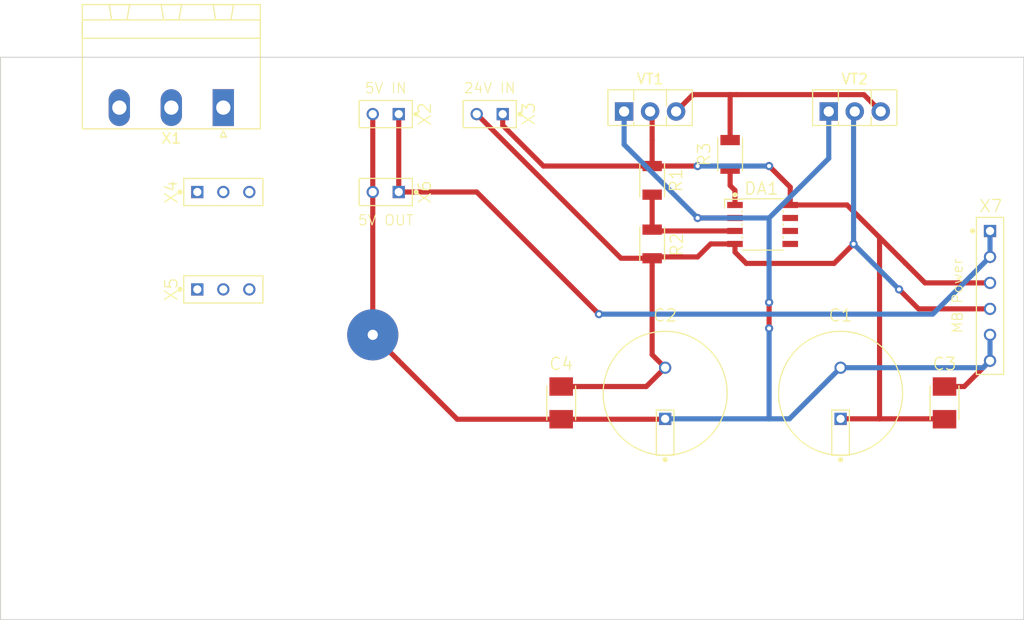
<source format=kicad_pcb>
(kicad_pcb (version 20171130) (host pcbnew 5.0.0+dfsg1-2)

  (general
    (thickness 1.6)
    (drawings 5)
    (tracks 96)
    (zones 0)
    (modules 17)
    (nets 10)
  )

  (page A4)
  (layers
    (0 F.Cu signal)
    (31 B.Cu signal)
    (32 B.Adhes user)
    (33 F.Adhes user)
    (34 B.Paste user)
    (35 F.Paste user)
    (36 B.SilkS user)
    (37 F.SilkS user)
    (38 B.Mask user)
    (39 F.Mask user)
    (40 Dwgs.User user)
    (41 Cmts.User user)
    (42 Eco1.User user)
    (43 Eco2.User user)
    (44 Edge.Cuts user)
    (45 Margin user)
    (46 B.CrtYd user hide)
    (47 F.CrtYd user)
    (48 B.Fab user hide)
    (49 F.Fab user hide)
  )

  (setup
    (last_trace_width 0.5)
    (trace_clearance 0.5)
    (zone_clearance 0.508)
    (zone_45_only no)
    (trace_min 0.2)
    (segment_width 0.2)
    (edge_width 0.1)
    (via_size 0.8)
    (via_drill 0.4)
    (via_min_size 0.4)
    (via_min_drill 0.3)
    (uvia_size 0.3)
    (uvia_drill 0.1)
    (uvias_allowed no)
    (uvia_min_size 0.2)
    (uvia_min_drill 0.1)
    (pcb_text_width 0.3)
    (pcb_text_size 1.5 1.5)
    (mod_edge_width 0.15)
    (mod_text_size 1 1)
    (mod_text_width 0.15)
    (pad_size 1.5 1.5)
    (pad_drill 0.6)
    (pad_to_mask_clearance 0)
    (aux_axis_origin 0 0)
    (visible_elements FFFFFF7F)
    (pcbplotparams
      (layerselection 0x010fc_ffffffff)
      (usegerberextensions false)
      (usegerberattributes false)
      (usegerberadvancedattributes false)
      (creategerberjobfile false)
      (excludeedgelayer true)
      (linewidth 0.100000)
      (plotframeref false)
      (viasonmask false)
      (mode 1)
      (useauxorigin false)
      (hpglpennumber 1)
      (hpglpenspeed 20)
      (hpglpendiameter 15.000000)
      (psnegative false)
      (psa4output false)
      (plotreference true)
      (plotvalue true)
      (plotinvisibletext false)
      (padsonsilk false)
      (subtractmaskfromsilk false)
      (outputformat 1)
      (mirror false)
      (drillshape 1)
      (scaleselection 1)
      (outputdirectory ""))
  )

  (net 0 "")
  (net 1 "Net-(DA1-Pad1)")
  (net 2 GND)
  (net 3 "Net-(DA1-Pad3)")
  (net 4 /-12V)
  (net 5 /+12V)
  (net 6 "Net-(R3-Pad2)")
  (net 7 /+5V)
  (net 8 /+58V)
  (net 9 /-58V)

  (net_class Default "Это класс цепей по умолчанию."
    (clearance 0.5)
    (trace_width 0.5)
    (via_dia 0.8)
    (via_drill 0.4)
    (uvia_dia 0.3)
    (uvia_drill 0.1)
    (add_net /+12V)
    (add_net /+5V)
    (add_net /-12V)
    (add_net GND)
    (add_net "Net-(DA1-Pad1)")
    (add_net "Net-(DA1-Pad3)")
    (add_net "Net-(R3-Pad2)")
  )

  (net_class PWR ""
    (clearance 0.5)
    (trace_width 5)
    (via_dia 3)
    (via_drill 1.5)
    (uvia_dia 0.3)
    (uvia_drill 0.1)
    (add_net /+58V)
    (add_net /-58V)
  )

  (module Connector_Phoenix_MSTB:PhoenixContact_MSTBA_2,5_3-G-5,08_1x03_P5.08mm_Horizontal (layer F.Cu) (tedit 5A00FA1E) (tstamp 5BA35842)
    (at 231.775 34.925 180)
    (descr "Generic Phoenix Contact connector footprint for: MSTBA_2,5/3-G-5,08; number of pins: 03; pin pitch: 5.08mm; Angled || order number: 1757255 12A || order number: 1923872 16A (HC)")
    (tags "phoenix_contact connector MSTBA_01x03_G_5.08mm")
    (path /5BA44CB9)
    (fp_text reference X1 (at 5.08 -3 180) (layer F.SilkS)
      (effects (font (size 1 1) (thickness 0.15)))
    )
    (fp_text value "PA IN" (at 5.08 11 180) (layer F.Fab)
      (effects (font (size 1 1) (thickness 0.15)))
    )
    (fp_text user %R (at 5.08 3 180) (layer F.Fab)
      (effects (font (size 1 1) (thickness 0.15)))
    )
    (fp_line (start 0 -0.5) (end -0.95 -2) (layer F.Fab) (width 0.1))
    (fp_line (start 0.95 -2) (end 0 -0.5) (layer F.Fab) (width 0.1))
    (fp_line (start -0.3 -2.88) (end 0.3 -2.88) (layer F.SilkS) (width 0.12))
    (fp_line (start 0 -2.28) (end -0.3 -2.88) (layer F.SilkS) (width 0.12))
    (fp_line (start 0.3 -2.88) (end 0 -2.28) (layer F.SilkS) (width 0.12))
    (fp_line (start 14.2 -2.5) (end -4.04 -2.5) (layer F.CrtYd) (width 0.05))
    (fp_line (start 14.2 10.5) (end 14.2 -2.5) (layer F.CrtYd) (width 0.05))
    (fp_line (start -4.04 10.5) (end 14.2 10.5) (layer F.CrtYd) (width 0.05))
    (fp_line (start -4.04 -2.5) (end -4.04 10.5) (layer F.CrtYd) (width 0.05))
    (fp_line (start 9.41 8.58) (end 9.16 10.08) (layer F.SilkS) (width 0.12))
    (fp_line (start 10.91 8.58) (end 9.41 8.58) (layer F.SilkS) (width 0.12))
    (fp_line (start 11.16 10.08) (end 10.91 8.58) (layer F.SilkS) (width 0.12))
    (fp_line (start 9.16 10.08) (end 11.16 10.08) (layer F.SilkS) (width 0.12))
    (fp_line (start 4.33 8.58) (end 4.08 10.08) (layer F.SilkS) (width 0.12))
    (fp_line (start 5.83 8.58) (end 4.33 8.58) (layer F.SilkS) (width 0.12))
    (fp_line (start 6.08 10.08) (end 5.83 8.58) (layer F.SilkS) (width 0.12))
    (fp_line (start 4.08 10.08) (end 6.08 10.08) (layer F.SilkS) (width 0.12))
    (fp_line (start -0.75 8.58) (end -1 10.08) (layer F.SilkS) (width 0.12))
    (fp_line (start 0.75 8.58) (end -0.75 8.58) (layer F.SilkS) (width 0.12))
    (fp_line (start 1 10.08) (end 0.75 8.58) (layer F.SilkS) (width 0.12))
    (fp_line (start -1 10.08) (end 1 10.08) (layer F.SilkS) (width 0.12))
    (fp_line (start 13.78 8.58) (end -3.62 8.58) (layer F.SilkS) (width 0.12))
    (fp_line (start 13.78 6.78) (end 13.78 8.58) (layer F.SilkS) (width 0.12))
    (fp_line (start -3.62 6.78) (end 13.78 6.78) (layer F.SilkS) (width 0.12))
    (fp_line (start -3.62 8.58) (end -3.62 6.78) (layer F.SilkS) (width 0.12))
    (fp_line (start 13.7 -2) (end -3.54 -2) (layer F.Fab) (width 0.1))
    (fp_line (start 13.7 10) (end 13.7 -2) (layer F.Fab) (width 0.1))
    (fp_line (start -3.54 10) (end 13.7 10) (layer F.Fab) (width 0.1))
    (fp_line (start -3.54 -2) (end -3.54 10) (layer F.Fab) (width 0.1))
    (fp_line (start 13.78 -2.08) (end -3.62 -2.08) (layer F.SilkS) (width 0.12))
    (fp_line (start 13.78 10.08) (end 13.78 -2.08) (layer F.SilkS) (width 0.12))
    (fp_line (start -3.62 10.08) (end 13.78 10.08) (layer F.SilkS) (width 0.12))
    (fp_line (start -3.62 -2.08) (end -3.62 10.08) (layer F.SilkS) (width 0.12))
    (pad 3 thru_hole oval (at 10.16 0 180) (size 2.08 3.6) (drill 1.4) (layers *.Cu *.Mask)
      (net 9 /-58V))
    (pad 2 thru_hole oval (at 5.08 0 180) (size 2.08 3.6) (drill 1.4) (layers *.Cu *.Mask)
      (net 2 GND))
    (pad 1 thru_hole rect (at 0 0 180) (size 2.08 3.6) (drill 1.4) (layers *.Cu *.Mask)
      (net 8 /+58V))
    (model ${KISYS3DMOD}/Connector_Phoenix_MSTB.3dshapes/PhoenixContact_MSTBA_2,5_3-G-5,08_1x03_P5.08mm_Horizontal.wrl
      (at (xyz 0 0 0))
      (scale (xyz 1 1 1))
      (rotate (xyz 0 0 0))
    )
  )

  (module Package_TO_SOT_THT:TO-126-3_Vertical (layer F.Cu) (tedit 5AC8BA0D) (tstamp 5BA35912)
    (at 270.945 35.305)
    (descr "TO-126-3, Vertical, RM 2.54mm, see https://www.diodes.com/assets/Package-Files/TO126.pdf")
    (tags "TO-126-3 Vertical RM 2.54mm")
    (path /5BA340BC)
    (fp_text reference VT1 (at 2.54 -3.175) (layer F.SilkS)
      (effects (font (size 1 1) (thickness 0.15)))
    )
    (fp_text value BD135 (at 2.54 2.5) (layer F.Fab)
      (effects (font (size 1 1) (thickness 0.15)))
    )
    (fp_text user %R (at 2.54 -3.12) (layer F.Fab)
      (effects (font (size 1 1) (thickness 0.15)))
    )
    (fp_line (start 6.79 -2.25) (end -1.71 -2.25) (layer F.CrtYd) (width 0.05))
    (fp_line (start 6.79 1.5) (end 6.79 -2.25) (layer F.CrtYd) (width 0.05))
    (fp_line (start -1.71 1.5) (end 6.79 1.5) (layer F.CrtYd) (width 0.05))
    (fp_line (start -1.71 -2.25) (end -1.71 1.5) (layer F.CrtYd) (width 0.05))
    (fp_line (start 4.141 0.54) (end 4.141 1.37) (layer F.SilkS) (width 0.12))
    (fp_line (start 4.141 -2.12) (end 4.141 -0.54) (layer F.SilkS) (width 0.12))
    (fp_line (start 0.94 1.05) (end 0.94 1.37) (layer F.SilkS) (width 0.12))
    (fp_line (start 0.94 -2.12) (end 0.94 -1.05) (layer F.SilkS) (width 0.12))
    (fp_line (start 6.66 -2.12) (end 6.66 1.37) (layer F.SilkS) (width 0.12))
    (fp_line (start -1.58 -2.12) (end -1.58 1.37) (layer F.SilkS) (width 0.12))
    (fp_line (start -1.58 1.37) (end 6.66 1.37) (layer F.SilkS) (width 0.12))
    (fp_line (start -1.58 -2.12) (end 6.66 -2.12) (layer F.SilkS) (width 0.12))
    (fp_line (start 4.14 -2) (end 4.14 1.25) (layer F.Fab) (width 0.1))
    (fp_line (start 0.94 -2) (end 0.94 1.25) (layer F.Fab) (width 0.1))
    (fp_line (start 6.54 -2) (end -1.46 -2) (layer F.Fab) (width 0.1))
    (fp_line (start 6.54 1.25) (end 6.54 -2) (layer F.Fab) (width 0.1))
    (fp_line (start -1.46 1.25) (end 6.54 1.25) (layer F.Fab) (width 0.1))
    (fp_line (start -1.46 -2) (end -1.46 1.25) (layer F.Fab) (width 0.1))
    (pad 3 thru_hole oval (at 5.08 0) (size 1.8 1.8) (drill 1) (layers *.Cu *.Mask)
      (net 6 "Net-(R3-Pad2)"))
    (pad 2 thru_hole oval (at 2.54 0) (size 1.8 1.8) (drill 1) (layers *.Cu *.Mask)
      (net 5 /+12V))
    (pad 1 thru_hole rect (at 0 0) (size 1.8 1.8) (drill 1) (layers *.Cu *.Mask)
      (net 2 GND))
    (model ${KISYS3DMOD}/Package_TO_SOT_THT.3dshapes/TO-126-3_Vertical.wrl
      (at (xyz 0 0 0))
      (scale (xyz 1 1 1))
      (rotate (xyz 0 0 0))
    )
  )

  (module Package_TO_SOT_THT:TO-126-3_Vertical (layer F.Cu) (tedit 5AC8BA0D) (tstamp 5BA358F8)
    (at 290.945 35.305)
    (descr "TO-126-3, Vertical, RM 2.54mm, see https://www.diodes.com/assets/Package-Files/TO126.pdf")
    (tags "TO-126-3 Vertical RM 2.54mm")
    (path /5BA3417F)
    (fp_text reference VT2 (at 2.54 -3.175) (layer F.SilkS)
      (effects (font (size 1 1) (thickness 0.15)))
    )
    (fp_text value BD136 (at 2.54 2.5) (layer F.Fab)
      (effects (font (size 1 1) (thickness 0.15)))
    )
    (fp_line (start -1.46 -2) (end -1.46 1.25) (layer F.Fab) (width 0.1))
    (fp_line (start -1.46 1.25) (end 6.54 1.25) (layer F.Fab) (width 0.1))
    (fp_line (start 6.54 1.25) (end 6.54 -2) (layer F.Fab) (width 0.1))
    (fp_line (start 6.54 -2) (end -1.46 -2) (layer F.Fab) (width 0.1))
    (fp_line (start 0.94 -2) (end 0.94 1.25) (layer F.Fab) (width 0.1))
    (fp_line (start 4.14 -2) (end 4.14 1.25) (layer F.Fab) (width 0.1))
    (fp_line (start -1.58 -2.12) (end 6.66 -2.12) (layer F.SilkS) (width 0.12))
    (fp_line (start -1.58 1.37) (end 6.66 1.37) (layer F.SilkS) (width 0.12))
    (fp_line (start -1.58 -2.12) (end -1.58 1.37) (layer F.SilkS) (width 0.12))
    (fp_line (start 6.66 -2.12) (end 6.66 1.37) (layer F.SilkS) (width 0.12))
    (fp_line (start 0.94 -2.12) (end 0.94 -1.05) (layer F.SilkS) (width 0.12))
    (fp_line (start 0.94 1.05) (end 0.94 1.37) (layer F.SilkS) (width 0.12))
    (fp_line (start 4.141 -2.12) (end 4.141 -0.54) (layer F.SilkS) (width 0.12))
    (fp_line (start 4.141 0.54) (end 4.141 1.37) (layer F.SilkS) (width 0.12))
    (fp_line (start -1.71 -2.25) (end -1.71 1.5) (layer F.CrtYd) (width 0.05))
    (fp_line (start -1.71 1.5) (end 6.79 1.5) (layer F.CrtYd) (width 0.05))
    (fp_line (start 6.79 1.5) (end 6.79 -2.25) (layer F.CrtYd) (width 0.05))
    (fp_line (start 6.79 -2.25) (end -1.71 -2.25) (layer F.CrtYd) (width 0.05))
    (fp_text user %R (at 2.54 -3.12) (layer F.Fab)
      (effects (font (size 1 1) (thickness 0.15)))
    )
    (pad 1 thru_hole rect (at 0 0) (size 1.8 1.8) (drill 1) (layers *.Cu *.Mask)
      (net 2 GND))
    (pad 2 thru_hole oval (at 2.54 0) (size 1.8 1.8) (drill 1) (layers *.Cu *.Mask)
      (net 4 /-12V))
    (pad 3 thru_hole oval (at 5.08 0) (size 1.8 1.8) (drill 1) (layers *.Cu *.Mask)
      (net 6 "Net-(R3-Pad2)"))
    (model ${KISYS3DMOD}/Package_TO_SOT_THT.3dshapes/TO-126-3_Vertical.wrl
      (at (xyz 0 0 0))
      (scale (xyz 1 1 1))
      (rotate (xyz 0 0 0))
    )
  )

  (module WAMP:CAPC3216X180N (layer F.Cu) (tedit 0) (tstamp 5BA358DE)
    (at 302.26 63.805 180)
    (path /5BA42A0E)
    (attr smd)
    (fp_text reference C3 (at 0 3.81) (layer F.SilkS)
      (effects (font (size 1.2 1.2) (thickness 0.12)))
    )
    (fp_text value 220n (at 0 0 270) (layer F.Fab)
      (effects (font (size 1 1) (thickness 0.1)))
    )
    (fp_line (start 1.4 -2.75) (end -1.4 -2.75) (layer F.CrtYd) (width 0.05))
    (fp_line (start 1.4 -1.85) (end 1.4 -2.75) (layer F.CrtYd) (width 0.05))
    (fp_line (start 1.4 1.85) (end 1.4 -1.85) (layer F.CrtYd) (width 0.05))
    (fp_line (start 1.4 2.75) (end 1.4 1.85) (layer F.CrtYd) (width 0.05))
    (fp_line (start -1.4 2.75) (end 1.4 2.75) (layer F.CrtYd) (width 0.05))
    (fp_line (start -1.4 1.85) (end -1.4 2.75) (layer F.CrtYd) (width 0.05))
    (fp_line (start -1.4 -1.85) (end -1.4 1.85) (layer F.CrtYd) (width 0.05))
    (fp_line (start -1.4 -2.75) (end -1.4 -1.85) (layer F.CrtYd) (width 0.05))
    (fp_line (start 0 -0.7) (end 0 0.7) (layer F.CrtYd) (width 0.05))
    (fp_line (start -0.7 0) (end 0.7 0) (layer F.CrtYd) (width 0.05))
    (fp_circle (center 0 0) (end 0 0.5) (layer F.CrtYd) (width 0.05))
    (fp_line (start -0.8 1.6) (end -0.8 -1.6) (layer F.Fab) (width 0.1))
    (fp_line (start 0.8 1.6) (end -0.8 1.6) (layer F.Fab) (width 0.1))
    (fp_line (start 0.8 -1.6) (end 0.8 1.6) (layer F.Fab) (width 0.1))
    (fp_line (start -0.8 -1.6) (end 0.8 -1.6) (layer F.Fab) (width 0.1))
    (fp_text user REF** (at 0 0 270) (layer F.Fab) hide
      (effects (font (size 1 1) (thickness 0.1)))
    )
    (fp_line (start 1.41 -1.66) (end 1.41 1.66) (layer F.SilkS) (width 0.12))
    (fp_line (start -1.41 -1.66) (end -1.41 1.66) (layer F.SilkS) (width 0.12))
    (pad 2 smd rect (at 0 1.6 180) (size 2.3 1.8) (layers F.Cu F.Paste F.Mask)
      (net 2 GND) (solder_mask_margin 0.2))
    (pad 1 smd rect (at 0 -1.6 180) (size 2.3 1.8) (layers F.Cu F.Paste F.Mask)
      (net 5 /+12V) (solder_mask_margin 0.2))
    (model CAPC3216X180N.wrl
      (at (xyz 0 0 0))
      (scale (xyz 0.3937 0.3937 0.3937))
      (rotate (xyz 0 0 0))
    )
  )

  (module WAMP:CAPC3216X180N (layer F.Cu) (tedit 0) (tstamp 5BA358C6)
    (at 264.795 63.805 180)
    (path /5BA42CD7)
    (attr smd)
    (fp_text reference C4 (at 0 3.81) (layer F.SilkS)
      (effects (font (size 1.2 1.2) (thickness 0.12)))
    )
    (fp_text value 220n (at 0 0 270) (layer F.Fab)
      (effects (font (size 1 1) (thickness 0.1)))
    )
    (fp_line (start -1.41 -1.66) (end -1.41 1.66) (layer F.SilkS) (width 0.12))
    (fp_line (start 1.41 -1.66) (end 1.41 1.66) (layer F.SilkS) (width 0.12))
    (fp_text user REF** (at 0 0 270) (layer F.Fab) hide
      (effects (font (size 1 1) (thickness 0.1)))
    )
    (fp_line (start -0.8 -1.6) (end 0.8 -1.6) (layer F.Fab) (width 0.1))
    (fp_line (start 0.8 -1.6) (end 0.8 1.6) (layer F.Fab) (width 0.1))
    (fp_line (start 0.8 1.6) (end -0.8 1.6) (layer F.Fab) (width 0.1))
    (fp_line (start -0.8 1.6) (end -0.8 -1.6) (layer F.Fab) (width 0.1))
    (fp_circle (center 0 0) (end 0 0.5) (layer F.CrtYd) (width 0.05))
    (fp_line (start -0.7 0) (end 0.7 0) (layer F.CrtYd) (width 0.05))
    (fp_line (start 0 -0.7) (end 0 0.7) (layer F.CrtYd) (width 0.05))
    (fp_line (start -1.4 -2.75) (end -1.4 -1.85) (layer F.CrtYd) (width 0.05))
    (fp_line (start -1.4 -1.85) (end -1.4 1.85) (layer F.CrtYd) (width 0.05))
    (fp_line (start -1.4 1.85) (end -1.4 2.75) (layer F.CrtYd) (width 0.05))
    (fp_line (start -1.4 2.75) (end 1.4 2.75) (layer F.CrtYd) (width 0.05))
    (fp_line (start 1.4 2.75) (end 1.4 1.85) (layer F.CrtYd) (width 0.05))
    (fp_line (start 1.4 1.85) (end 1.4 -1.85) (layer F.CrtYd) (width 0.05))
    (fp_line (start 1.4 -1.85) (end 1.4 -2.75) (layer F.CrtYd) (width 0.05))
    (fp_line (start 1.4 -2.75) (end -1.4 -2.75) (layer F.CrtYd) (width 0.05))
    (pad 1 smd rect (at 0 -1.6 180) (size 2.3 1.8) (layers F.Cu F.Paste F.Mask)
      (net 2 GND) (solder_mask_margin 0.2))
    (pad 2 smd rect (at 0 1.6 180) (size 2.3 1.8) (layers F.Cu F.Paste F.Mask)
      (net 4 /-12V) (solder_mask_margin 0.2))
    (model CAPC3216X180N.wrl
      (at (xyz 0 0 0))
      (scale (xyz 0.3937 0.3937 0.3937))
      (rotate (xyz 0 0 0))
    )
  )

  (module WAMP:CAPPRD500W60D1200H2700N (layer F.Cu) (tedit 0) (tstamp 5BA358AE)
    (at 292.1 62.865 180)
    (path /5BA2CB1E)
    (fp_text reference C1 (at 0 7.62) (layer F.SilkS)
      (effects (font (size 1.2 1.2) (thickness 0.12)))
    )
    (fp_text value 2200uF (at 0 0 180) (layer F.Fab)
      (effects (font (size 1 1) (thickness 0.1)))
    )
    (fp_circle (center 0 0) (end 0 6.25) (layer F.CrtYd) (width 0.05))
    (fp_line (start 0 -0.7) (end 0 0.7) (layer F.CrtYd) (width 0.05))
    (fp_line (start -0.7 0) (end 0.7 0) (layer F.CrtYd) (width 0.05))
    (fp_circle (center 0 0) (end 0 0.5) (layer F.CrtYd) (width 0.05))
    (fp_circle (center 0 0) (end 0 6) (layer F.Fab) (width 0.1))
    (fp_text user REF** (at 0 0 180) (layer F.Fab) hide
      (effects (font (size 1 1) (thickness 0.1)))
    )
    (fp_circle (center 0 -6.49) (end 0 -6.365) (layer F.SilkS) (width 0.25))
    (fp_line (start -0.86 -1.64) (end -0.86 -6.06) (layer F.SilkS) (width 0.12))
    (fp_line (start 0.86 -1.64) (end -0.86 -1.64) (layer F.SilkS) (width 0.12))
    (fp_line (start 0.86 -6.06) (end 0.86 -1.64) (layer F.SilkS) (width 0.12))
    (fp_line (start -0.86 -6.06) (end 0.86 -6.06) (layer F.SilkS) (width 0.12))
    (fp_circle (center 0 0) (end 0 6.06) (layer F.SilkS) (width 0.12))
    (pad 2 thru_hole circle (at 0 2.5 180) (size 1.2 1.2) (drill 0.8) (layers F&B.Cu *.Paste *.Mask)
      (net 2 GND) (solder_mask_margin 0.2))
    (pad 1 thru_hole rect (at 0 -2.5 180) (size 1.2 1.2) (drill 0.8) (layers F&B.Cu *.Paste *.Mask)
      (net 5 /+12V) (solder_mask_margin 0.2))
    (model CAPPRD500W60D1200H2700N.wrl
      (at (xyz 0 0 0))
      (scale (xyz 0.3937 0.3937 0.3937))
      (rotate (xyz 0 0 0))
    )
  )

  (module WAMP:CAPPRD500W60D1200H2700N (layer F.Cu) (tedit 0) (tstamp 5BA3589C)
    (at 274.955 62.865 180)
    (path /5BA2E1FB)
    (fp_text reference C2 (at 0 7.62) (layer F.SilkS)
      (effects (font (size 1.2 1.2) (thickness 0.12)))
    )
    (fp_text value 2200uF (at 0 0 180) (layer F.Fab)
      (effects (font (size 1 1) (thickness 0.1)))
    )
    (fp_circle (center 0 0) (end 0 6.06) (layer F.SilkS) (width 0.12))
    (fp_line (start -0.86 -6.06) (end 0.86 -6.06) (layer F.SilkS) (width 0.12))
    (fp_line (start 0.86 -6.06) (end 0.86 -1.64) (layer F.SilkS) (width 0.12))
    (fp_line (start 0.86 -1.64) (end -0.86 -1.64) (layer F.SilkS) (width 0.12))
    (fp_line (start -0.86 -1.64) (end -0.86 -6.06) (layer F.SilkS) (width 0.12))
    (fp_circle (center 0 -6.49) (end 0 -6.365) (layer F.SilkS) (width 0.25))
    (fp_text user REF** (at 0 0 180) (layer F.Fab) hide
      (effects (font (size 1 1) (thickness 0.1)))
    )
    (fp_circle (center 0 0) (end 0 6) (layer F.Fab) (width 0.1))
    (fp_circle (center 0 0) (end 0 0.5) (layer F.CrtYd) (width 0.05))
    (fp_line (start -0.7 0) (end 0.7 0) (layer F.CrtYd) (width 0.05))
    (fp_line (start 0 -0.7) (end 0 0.7) (layer F.CrtYd) (width 0.05))
    (fp_circle (center 0 0) (end 0 6.25) (layer F.CrtYd) (width 0.05))
    (pad 1 thru_hole rect (at 0 -2.5 180) (size 1.2 1.2) (drill 0.8) (layers F&B.Cu *.Paste *.Mask)
      (net 2 GND) (solder_mask_margin 0.2))
    (pad 2 thru_hole circle (at 0 2.5 180) (size 1.2 1.2) (drill 0.8) (layers F&B.Cu *.Paste *.Mask)
      (net 4 /-12V) (solder_mask_margin 0.2))
    (model CAPPRD500W60D1200H2700N.wrl
      (at (xyz 0 0 0))
      (scale (xyz 0.3937 0.3937 0.3937))
      (rotate (xyz 0 0 0))
    )
  )

  (module WAMP:CON_CONN_BL_02X01 (layer F.Cu) (tedit 5BA352DD) (tstamp 5BA3588A)
    (at 257.81 35.56 270)
    (path /5BA393A9)
    (fp_text reference X3 (at -0.037001 -3.81 270) (layer F.SilkS)
      (effects (font (size 1.2 1.2) (thickness 0.12)))
    )
    (fp_text value "24V IN" (at -2.54 0) (layer F.SilkS)
      (effects (font (size 1 1) (thickness 0.1)))
    )
    (fp_line (start -1.33 -2.6) (end 1.33 -2.6) (layer F.SilkS) (width 0.12))
    (fp_line (start 1.33 -2.6) (end 1.33 2.6) (layer F.SilkS) (width 0.12))
    (fp_line (start 1.33 2.6) (end -1.33 2.6) (layer F.SilkS) (width 0.12))
    (fp_line (start -1.33 2.6) (end -1.33 -2.6) (layer F.SilkS) (width 0.12))
    (fp_circle (center 0 -2.97) (end 0 -2.845) (layer F.SilkS) (width 0.25))
    (fp_text user REF** (at 0 0) (layer F.Fab) hide
      (effects (font (size 1 1) (thickness 0.1)))
    )
    (fp_line (start -0.27 -2.54) (end 1.27 -2.54) (layer F.Fab) (width 0.1))
    (fp_line (start 1.27 -2.54) (end 1.27 2.54) (layer F.Fab) (width 0.1))
    (fp_line (start 1.27 2.54) (end -1.27 2.54) (layer F.Fab) (width 0.1))
    (fp_line (start -1.27 2.54) (end -1.27 -1.54) (layer F.Fab) (width 0.1))
    (fp_line (start -1.27 -1.54) (end -0.27 -2.54) (layer F.Fab) (width 0.1))
    (fp_circle (center 0 0) (end 0 0.5) (layer F.CrtYd) (width 0.05))
    (fp_line (start -0.7 0) (end 0.7 0) (layer F.CrtYd) (width 0.05))
    (fp_line (start 0 -0.7) (end 0 0.7) (layer F.CrtYd) (width 0.05))
    (fp_line (start -1.52 -2.79) (end 1.52 -2.79) (layer F.CrtYd) (width 0.05))
    (fp_line (start 1.52 -2.79) (end 1.52 2.79) (layer F.CrtYd) (width 0.05))
    (fp_line (start 1.52 2.79) (end -1.52 2.79) (layer F.CrtYd) (width 0.05))
    (fp_line (start -1.52 2.79) (end -1.52 -2.79) (layer F.CrtYd) (width 0.05))
    (pad 1 thru_hole rect (at 0 -1.27 270) (size 1.2 1.2) (drill 0.8) (layers F&B.Cu *.Paste *.Mask)
      (net 5 /+12V) (solder_mask_margin 0.2))
    (pad 2 thru_hole circle (at 0 1.27 270) (size 1.2 1.2) (drill 0.8) (layers F&B.Cu *.Paste *.Mask)
      (net 4 /-12V) (solder_mask_margin 0.2))
    (model CON_CONN_BL_02X01.wrl
      (at (xyz 0 0 0))
      (scale (xyz 0.3937 0.3937 0.3937))
      (rotate (xyz 0 0 0))
    )
  )

  (module WAMP:CON_CONN_BL_02X01 (layer F.Cu) (tedit 5BA352E2) (tstamp 5BA35872)
    (at 247.65 35.56 270)
    (path /5BA48820)
    (fp_text reference X2 (at 0 -3.81 270) (layer F.SilkS)
      (effects (font (size 1.2 1.2) (thickness 0.12)))
    )
    (fp_text value "5V IN" (at -2.54 0) (layer F.SilkS)
      (effects (font (size 1 1) (thickness 0.1)))
    )
    (fp_line (start -1.52 2.79) (end -1.52 -2.79) (layer F.CrtYd) (width 0.05))
    (fp_line (start 1.52 2.79) (end -1.52 2.79) (layer F.CrtYd) (width 0.05))
    (fp_line (start 1.52 -2.79) (end 1.52 2.79) (layer F.CrtYd) (width 0.05))
    (fp_line (start -1.52 -2.79) (end 1.52 -2.79) (layer F.CrtYd) (width 0.05))
    (fp_line (start 0 -0.7) (end 0 0.7) (layer F.CrtYd) (width 0.05))
    (fp_line (start -0.7 0) (end 0.7 0) (layer F.CrtYd) (width 0.05))
    (fp_circle (center 0 0) (end 0 0.5) (layer F.CrtYd) (width 0.05))
    (fp_line (start -1.27 -1.54) (end -0.27 -2.54) (layer F.Fab) (width 0.1))
    (fp_line (start -1.27 2.54) (end -1.27 -1.54) (layer F.Fab) (width 0.1))
    (fp_line (start 1.27 2.54) (end -1.27 2.54) (layer F.Fab) (width 0.1))
    (fp_line (start 1.27 -2.54) (end 1.27 2.54) (layer F.Fab) (width 0.1))
    (fp_line (start -0.27 -2.54) (end 1.27 -2.54) (layer F.Fab) (width 0.1))
    (fp_text user REF** (at 0 0) (layer F.Fab) hide
      (effects (font (size 1 1) (thickness 0.1)))
    )
    (fp_circle (center 0 -2.97) (end 0 -2.845) (layer F.SilkS) (width 0.25))
    (fp_line (start -1.33 2.6) (end -1.33 -2.6) (layer F.SilkS) (width 0.12))
    (fp_line (start 1.33 2.6) (end -1.33 2.6) (layer F.SilkS) (width 0.12))
    (fp_line (start 1.33 -2.6) (end 1.33 2.6) (layer F.SilkS) (width 0.12))
    (fp_line (start -1.33 -2.6) (end 1.33 -2.6) (layer F.SilkS) (width 0.12))
    (pad 2 thru_hole circle (at 0 1.27 270) (size 1.2 1.2) (drill 0.8) (layers F&B.Cu *.Paste *.Mask)
      (net 2 GND) (solder_mask_margin 0.2))
    (pad 1 thru_hole rect (at 0 -1.27 270) (size 1.2 1.2) (drill 0.8) (layers F&B.Cu *.Paste *.Mask)
      (net 7 /+5V) (solder_mask_margin 0.2))
    (model CON_CONN_BL_02X01.wrl
      (at (xyz 0 0 0))
      (scale (xyz 0.3937 0.3937 0.3937))
      (rotate (xyz 0 0 0))
    )
  )

  (module WAMP:CON_CONN_BL_02X01 (layer F.Cu) (tedit 5BA352F0) (tstamp 5BA3585A)
    (at 247.65 43.18 270)
    (path /5BA48E65)
    (fp_text reference X6 (at 0 -3.81 270) (layer F.SilkS)
      (effects (font (size 1.2 1.2) (thickness 0.12)))
    )
    (fp_text value "5V OUT" (at 2.757999 0) (layer F.SilkS)
      (effects (font (size 1 1) (thickness 0.1)))
    )
    (fp_line (start -1.33 -2.6) (end 1.33 -2.6) (layer F.SilkS) (width 0.12))
    (fp_line (start 1.33 -2.6) (end 1.33 2.6) (layer F.SilkS) (width 0.12))
    (fp_line (start 1.33 2.6) (end -1.33 2.6) (layer F.SilkS) (width 0.12))
    (fp_line (start -1.33 2.6) (end -1.33 -2.6) (layer F.SilkS) (width 0.12))
    (fp_circle (center 0 -2.97) (end 0 -2.845) (layer F.SilkS) (width 0.25))
    (fp_text user REF** (at 0 0) (layer F.Fab) hide
      (effects (font (size 1 1) (thickness 0.1)))
    )
    (fp_line (start -0.27 -2.54) (end 1.27 -2.54) (layer F.Fab) (width 0.1))
    (fp_line (start 1.27 -2.54) (end 1.27 2.54) (layer F.Fab) (width 0.1))
    (fp_line (start 1.27 2.54) (end -1.27 2.54) (layer F.Fab) (width 0.1))
    (fp_line (start -1.27 2.54) (end -1.27 -1.54) (layer F.Fab) (width 0.1))
    (fp_line (start -1.27 -1.54) (end -0.27 -2.54) (layer F.Fab) (width 0.1))
    (fp_circle (center 0 0) (end 0 0.5) (layer F.CrtYd) (width 0.05))
    (fp_line (start -0.7 0) (end 0.7 0) (layer F.CrtYd) (width 0.05))
    (fp_line (start 0 -0.7) (end 0 0.7) (layer F.CrtYd) (width 0.05))
    (fp_line (start -1.52 -2.79) (end 1.52 -2.79) (layer F.CrtYd) (width 0.05))
    (fp_line (start 1.52 -2.79) (end 1.52 2.79) (layer F.CrtYd) (width 0.05))
    (fp_line (start 1.52 2.79) (end -1.52 2.79) (layer F.CrtYd) (width 0.05))
    (fp_line (start -1.52 2.79) (end -1.52 -2.79) (layer F.CrtYd) (width 0.05))
    (pad 1 thru_hole rect (at 0 -1.27 270) (size 1.2 1.2) (drill 0.8) (layers F&B.Cu *.Paste *.Mask)
      (net 7 /+5V) (solder_mask_margin 0.2))
    (pad 2 thru_hole circle (at 0 1.27 270) (size 1.2 1.2) (drill 0.8) (layers F&B.Cu *.Paste *.Mask)
      (net 2 GND) (solder_mask_margin 0.2))
    (model CON_CONN_BL_02X01.wrl
      (at (xyz 0 0 0))
      (scale (xyz 0.3937 0.3937 0.3937))
      (rotate (xyz 0 0 0))
    )
  )

  (module WAMP:CON_CONN_BL_03X01 (layer F.Cu) (tedit 0) (tstamp 5BA35829)
    (at 231.775 43.18 90)
    (path /5BA45D5F)
    (fp_text reference X4 (at 0 -5.08 90) (layer F.SilkS)
      (effects (font (size 1.2 1.2) (thickness 0.12)))
    )
    (fp_text value "PA OUT1" (at -2.54 0 180) (layer F.Fab)
      (effects (font (size 1 1) (thickness 0.1)))
    )
    (fp_line (start -1.52 4.06) (end -1.52 -4.06) (layer F.CrtYd) (width 0.05))
    (fp_line (start 1.52 4.06) (end -1.52 4.06) (layer F.CrtYd) (width 0.05))
    (fp_line (start 1.52 -4.06) (end 1.52 4.06) (layer F.CrtYd) (width 0.05))
    (fp_line (start -1.52 -4.06) (end 1.52 -4.06) (layer F.CrtYd) (width 0.05))
    (fp_line (start 0 -0.7) (end 0 0.7) (layer F.CrtYd) (width 0.05))
    (fp_line (start -0.7 0) (end 0.7 0) (layer F.CrtYd) (width 0.05))
    (fp_circle (center 0 0) (end 0 0.5) (layer F.CrtYd) (width 0.05))
    (fp_line (start -1.27 -2.81) (end -0.27 -3.81) (layer F.Fab) (width 0.1))
    (fp_line (start -1.27 3.81) (end -1.27 -2.81) (layer F.Fab) (width 0.1))
    (fp_line (start 1.27 3.81) (end -1.27 3.81) (layer F.Fab) (width 0.1))
    (fp_line (start 1.27 -3.81) (end 1.27 3.81) (layer F.Fab) (width 0.1))
    (fp_line (start -0.27 -3.81) (end 1.27 -3.81) (layer F.Fab) (width 0.1))
    (fp_text user REF** (at 0 0 180) (layer F.Fab) hide
      (effects (font (size 1 1) (thickness 0.1)))
    )
    (fp_circle (center 0 -4.24) (end 0 -4.115) (layer F.SilkS) (width 0.25))
    (fp_line (start -1.33 3.87) (end -1.33 -3.87) (layer F.SilkS) (width 0.12))
    (fp_line (start 1.33 3.87) (end -1.33 3.87) (layer F.SilkS) (width 0.12))
    (fp_line (start 1.33 -3.87) (end 1.33 3.87) (layer F.SilkS) (width 0.12))
    (fp_line (start -1.33 -3.87) (end 1.33 -3.87) (layer F.SilkS) (width 0.12))
    (pad 3 thru_hole circle (at 0 2.54 90) (size 1.2 1.2) (drill 0.8) (layers F&B.Cu *.Paste *.Mask)
      (net 9 /-58V) (solder_mask_margin 0.2))
    (pad 2 thru_hole circle (at 0 0 90) (size 1.2 1.2) (drill 0.8) (layers F&B.Cu *.Paste *.Mask)
      (net 2 GND) (solder_mask_margin 0.2))
    (pad 1 thru_hole rect (at 0 -2.54 90) (size 1.2 1.2) (drill 0.8) (layers F&B.Cu *.Paste *.Mask)
      (net 8 /+58V) (solder_mask_margin 0.2))
    (model CON_CONN_BL_03X01.wrl
      (at (xyz 0 0 0))
      (scale (xyz 0.3937 0.3937 0.3937))
      (rotate (xyz 0 0 0))
    )
  )

  (module WAMP:CON_CONN_BL_03X01 (layer F.Cu) (tedit 0) (tstamp 5BA35810)
    (at 231.775 52.705 90)
    (path /5BA49E9E)
    (fp_text reference X5 (at 0 -5.08 90) (layer F.SilkS)
      (effects (font (size 1.2 1.2) (thickness 0.12)))
    )
    (fp_text value "PA OU2" (at -2.54 0 180) (layer F.Fab)
      (effects (font (size 1 1) (thickness 0.1)))
    )
    (fp_line (start -1.33 -3.87) (end 1.33 -3.87) (layer F.SilkS) (width 0.12))
    (fp_line (start 1.33 -3.87) (end 1.33 3.87) (layer F.SilkS) (width 0.12))
    (fp_line (start 1.33 3.87) (end -1.33 3.87) (layer F.SilkS) (width 0.12))
    (fp_line (start -1.33 3.87) (end -1.33 -3.87) (layer F.SilkS) (width 0.12))
    (fp_circle (center 0 -4.24) (end 0 -4.115) (layer F.SilkS) (width 0.25))
    (fp_text user REF** (at 0 0 180) (layer F.Fab) hide
      (effects (font (size 1 1) (thickness 0.1)))
    )
    (fp_line (start -0.27 -3.81) (end 1.27 -3.81) (layer F.Fab) (width 0.1))
    (fp_line (start 1.27 -3.81) (end 1.27 3.81) (layer F.Fab) (width 0.1))
    (fp_line (start 1.27 3.81) (end -1.27 3.81) (layer F.Fab) (width 0.1))
    (fp_line (start -1.27 3.81) (end -1.27 -2.81) (layer F.Fab) (width 0.1))
    (fp_line (start -1.27 -2.81) (end -0.27 -3.81) (layer F.Fab) (width 0.1))
    (fp_circle (center 0 0) (end 0 0.5) (layer F.CrtYd) (width 0.05))
    (fp_line (start -0.7 0) (end 0.7 0) (layer F.CrtYd) (width 0.05))
    (fp_line (start 0 -0.7) (end 0 0.7) (layer F.CrtYd) (width 0.05))
    (fp_line (start -1.52 -4.06) (end 1.52 -4.06) (layer F.CrtYd) (width 0.05))
    (fp_line (start 1.52 -4.06) (end 1.52 4.06) (layer F.CrtYd) (width 0.05))
    (fp_line (start 1.52 4.06) (end -1.52 4.06) (layer F.CrtYd) (width 0.05))
    (fp_line (start -1.52 4.06) (end -1.52 -4.06) (layer F.CrtYd) (width 0.05))
    (pad 1 thru_hole rect (at 0 -2.54 90) (size 1.2 1.2) (drill 0.8) (layers F&B.Cu *.Paste *.Mask)
      (net 8 /+58V) (solder_mask_margin 0.2))
    (pad 2 thru_hole circle (at 0 0 90) (size 1.2 1.2) (drill 0.8) (layers F&B.Cu *.Paste *.Mask)
      (net 2 GND) (solder_mask_margin 0.2))
    (pad 3 thru_hole circle (at 0 2.54 90) (size 1.2 1.2) (drill 0.8) (layers F&B.Cu *.Paste *.Mask)
      (net 9 /-58V) (solder_mask_margin 0.2))
    (model CON_CONN_BL_03X01.wrl
      (at (xyz 0 0 0))
      (scale (xyz 0.3937 0.3937 0.3937))
      (rotate (xyz 0 0 0))
    )
  )

  (module WAMP:CON_CONN_BL_06X01 (layer F.Cu) (tedit 5BA3527E) (tstamp 5BA357F7)
    (at 306.705 53.34)
    (path /5BA4E76D)
    (fp_text reference X7 (at 0.081999 -8.784001) (layer F.SilkS)
      (effects (font (size 1.2 1.2) (thickness 0.12)))
    )
    (fp_text value "MB Power" (at -3.175 0 90) (layer F.SilkS)
      (effects (font (size 1 1) (thickness 0.1)))
    )
    (fp_line (start -1.33 -7.68) (end 1.33 -7.68) (layer F.SilkS) (width 0.12))
    (fp_line (start 1.33 -7.68) (end 1.33 7.68) (layer F.SilkS) (width 0.12))
    (fp_line (start 1.33 7.68) (end -1.33 7.68) (layer F.SilkS) (width 0.12))
    (fp_line (start -1.33 7.68) (end -1.33 -7.68) (layer F.SilkS) (width 0.12))
    (fp_circle (center -1.7 -6.35) (end -1.7 -6.225) (layer F.SilkS) (width 0.25))
    (fp_text user REF** (at 0 0 90) (layer F.Fab) hide
      (effects (font (size 1 1) (thickness 0.1)))
    )
    (fp_line (start -0.27 -7.62) (end 1.27 -7.62) (layer F.Fab) (width 0.1))
    (fp_line (start 1.27 -7.62) (end 1.27 7.62) (layer F.Fab) (width 0.1))
    (fp_line (start 1.27 7.62) (end -1.27 7.62) (layer F.Fab) (width 0.1))
    (fp_line (start -1.27 7.62) (end -1.27 -6.62) (layer F.Fab) (width 0.1))
    (fp_line (start -1.27 -6.62) (end -0.27 -7.62) (layer F.Fab) (width 0.1))
    (fp_circle (center 0 0) (end 0 0.5) (layer F.CrtYd) (width 0.05))
    (fp_line (start -0.7 0) (end 0.7 0) (layer F.CrtYd) (width 0.05))
    (fp_line (start 0 -0.7) (end 0 0.7) (layer F.CrtYd) (width 0.05))
    (fp_line (start -1.52 -7.87) (end 1.52 -7.87) (layer F.CrtYd) (width 0.05))
    (fp_line (start 1.52 -7.87) (end 1.52 7.87) (layer F.CrtYd) (width 0.05))
    (fp_line (start 1.52 7.87) (end -1.52 7.87) (layer F.CrtYd) (width 0.05))
    (fp_line (start -1.52 7.87) (end -1.52 -7.87) (layer F.CrtYd) (width 0.05))
    (pad 1 thru_hole rect (at 0 -6.35) (size 1.2 1.2) (drill 0.8) (layers F&B.Cu *.Paste *.Mask)
      (net 7 /+5V) (solder_mask_margin 0.2))
    (pad 2 thru_hole circle (at 0 -3.81) (size 1.2 1.2) (drill 0.8) (layers F&B.Cu *.Paste *.Mask)
      (net 7 /+5V) (solder_mask_margin 0.2))
    (pad 3 thru_hole circle (at 0 -1.27) (size 1.2 1.2) (drill 0.8) (layers F&B.Cu *.Paste *.Mask)
      (net 5 /+12V) (solder_mask_margin 0.2))
    (pad 4 thru_hole circle (at 0 1.27) (size 1.2 1.2) (drill 0.8) (layers F&B.Cu *.Paste *.Mask)
      (net 4 /-12V) (solder_mask_margin 0.2))
    (pad 5 thru_hole circle (at 0 3.81) (size 1.2 1.2) (drill 0.8) (layers F&B.Cu *.Paste *.Mask)
      (net 2 GND) (solder_mask_margin 0.2))
    (pad 6 thru_hole circle (at 0 6.35) (size 1.2 1.2) (drill 0.8) (layers F&B.Cu *.Paste *.Mask)
      (net 2 GND) (solder_mask_margin 0.2))
    (model CON_CONN_BL_06X01.wrl
      (at (xyz 0 0 0))
      (scale (xyz 0.3937 0.3937 0.3937))
      (rotate (xyz 0 0 0))
    )
  )

  (module WAMP:RESC3115X65N (layer F.Cu) (tedit 0) (tstamp 5BA357DB)
    (at 281.305 39.5 180)
    (path /5BA2CBA1)
    (attr smd)
    (fp_text reference R3 (at 2.54 0 270) (layer F.SilkS)
      (effects (font (size 1.2 1.2) (thickness 0.12)))
    )
    (fp_text value 1k (at 0 0 270) (layer F.Fab)
      (effects (font (size 0.99 0.99) (thickness 0.1)))
    )
    (fp_line (start -1.21 -1.61) (end -1.21 1.61) (layer F.SilkS) (width 0.12))
    (fp_line (start 1.21 -1.61) (end 1.21 1.61) (layer F.SilkS) (width 0.12))
    (fp_text user REF** (at 0 0 270) (layer F.Fab) hide
      (effects (font (size 0.99 0.99) (thickness 0.1)))
    )
    (fp_line (start -0.75 -1.55) (end 0.75 -1.55) (layer F.Fab) (width 0.1))
    (fp_line (start 0.75 -1.55) (end 0.75 1.55) (layer F.Fab) (width 0.1))
    (fp_line (start 0.75 1.55) (end -0.75 1.55) (layer F.Fab) (width 0.1))
    (fp_line (start -0.75 1.55) (end -0.75 -1.55) (layer F.Fab) (width 0.1))
    (fp_circle (center 0 0) (end 0 0.5) (layer F.CrtYd) (width 0.05))
    (fp_line (start -0.7 0) (end 0.7 0) (layer F.CrtYd) (width 0.05))
    (fp_line (start 0 -0.7) (end 0 0.7) (layer F.CrtYd) (width 0.05))
    (fp_line (start -1.17 -2.12) (end -1.17 -1.77) (layer F.CrtYd) (width 0.05))
    (fp_line (start -1.17 -1.77) (end -1.17 1.77) (layer F.CrtYd) (width 0.05))
    (fp_line (start -1.17 1.77) (end -1.17 2.12) (layer F.CrtYd) (width 0.05))
    (fp_line (start -1.17 2.12) (end 1.17 2.12) (layer F.CrtYd) (width 0.05))
    (fp_line (start 1.17 2.12) (end 1.17 1.77) (layer F.CrtYd) (width 0.05))
    (fp_line (start 1.17 1.77) (end 1.17 -1.77) (layer F.CrtYd) (width 0.05))
    (fp_line (start 1.17 -1.77) (end 1.17 -2.12) (layer F.CrtYd) (width 0.05))
    (fp_line (start 1.17 -2.12) (end -1.17 -2.12) (layer F.CrtYd) (width 0.05))
    (pad 1 smd rect (at 0 -1.4 180) (size 1.9 1) (layers F.Cu F.Paste F.Mask)
      (net 1 "Net-(DA1-Pad1)") (solder_mask_margin 0.2))
    (pad 2 smd rect (at 0 1.4 180) (size 1.9 1) (layers F.Cu F.Paste F.Mask)
      (net 6 "Net-(R3-Pad2)") (solder_mask_margin 0.2))
    (model RESC3115X65N.wrl
      (at (xyz 0 0 0))
      (scale (xyz 0.3937 0.3937 0.3937))
      (rotate (xyz 0 0 0))
    )
  )

  (module WAMP:RESC3115X65N (layer F.Cu) (tedit 0) (tstamp 5BA357C3)
    (at 273.685 48.26)
    (path /5BA2D0DF)
    (attr smd)
    (fp_text reference R2 (at 2.417999 0.063999 90) (layer F.SilkS)
      (effects (font (size 1.2 1.2) (thickness 0.12)))
    )
    (fp_text value 10k (at 0 0 90) (layer F.Fab)
      (effects (font (size 0.99 0.99) (thickness 0.1)))
    )
    (fp_line (start 1.17 -2.12) (end -1.17 -2.12) (layer F.CrtYd) (width 0.05))
    (fp_line (start 1.17 -1.77) (end 1.17 -2.12) (layer F.CrtYd) (width 0.05))
    (fp_line (start 1.17 1.77) (end 1.17 -1.77) (layer F.CrtYd) (width 0.05))
    (fp_line (start 1.17 2.12) (end 1.17 1.77) (layer F.CrtYd) (width 0.05))
    (fp_line (start -1.17 2.12) (end 1.17 2.12) (layer F.CrtYd) (width 0.05))
    (fp_line (start -1.17 1.77) (end -1.17 2.12) (layer F.CrtYd) (width 0.05))
    (fp_line (start -1.17 -1.77) (end -1.17 1.77) (layer F.CrtYd) (width 0.05))
    (fp_line (start -1.17 -2.12) (end -1.17 -1.77) (layer F.CrtYd) (width 0.05))
    (fp_line (start 0 -0.7) (end 0 0.7) (layer F.CrtYd) (width 0.05))
    (fp_line (start -0.7 0) (end 0.7 0) (layer F.CrtYd) (width 0.05))
    (fp_circle (center 0 0) (end 0 0.5) (layer F.CrtYd) (width 0.05))
    (fp_line (start -0.75 1.55) (end -0.75 -1.55) (layer F.Fab) (width 0.1))
    (fp_line (start 0.75 1.55) (end -0.75 1.55) (layer F.Fab) (width 0.1))
    (fp_line (start 0.75 -1.55) (end 0.75 1.55) (layer F.Fab) (width 0.1))
    (fp_line (start -0.75 -1.55) (end 0.75 -1.55) (layer F.Fab) (width 0.1))
    (fp_text user REF** (at 0 0 90) (layer F.Fab) hide
      (effects (font (size 0.99 0.99) (thickness 0.1)))
    )
    (fp_line (start 1.21 -1.61) (end 1.21 1.61) (layer F.SilkS) (width 0.12))
    (fp_line (start -1.21 -1.61) (end -1.21 1.61) (layer F.SilkS) (width 0.12))
    (pad 2 smd rect (at 0 1.4) (size 1.9 1) (layers F.Cu F.Paste F.Mask)
      (net 4 /-12V) (solder_mask_margin 0.2))
    (pad 1 smd rect (at 0 -1.4) (size 1.9 1) (layers F.Cu F.Paste F.Mask)
      (net 3 "Net-(DA1-Pad3)") (solder_mask_margin 0.2))
    (model RESC3115X65N.wrl
      (at (xyz 0 0 0))
      (scale (xyz 0.3937 0.3937 0.3937))
      (rotate (xyz 0 0 0))
    )
  )

  (module WAMP:RESC3115X65N (layer F.Cu) (tedit 0) (tstamp 5BA357AB)
    (at 273.685 42.04)
    (path /5BA2CC2A)
    (attr smd)
    (fp_text reference R1 (at 2.335 0 90) (layer F.SilkS)
      (effects (font (size 1.2 1.2) (thickness 0.12)))
    )
    (fp_text value 10k (at 0 0 90) (layer F.Fab)
      (effects (font (size 0.99 0.99) (thickness 0.1)))
    )
    (fp_line (start -1.21 -1.61) (end -1.21 1.61) (layer F.SilkS) (width 0.12))
    (fp_line (start 1.21 -1.61) (end 1.21 1.61) (layer F.SilkS) (width 0.12))
    (fp_text user REF** (at 0 0 90) (layer F.Fab) hide
      (effects (font (size 0.99 0.99) (thickness 0.1)))
    )
    (fp_line (start -0.75 -1.55) (end 0.75 -1.55) (layer F.Fab) (width 0.1))
    (fp_line (start 0.75 -1.55) (end 0.75 1.55) (layer F.Fab) (width 0.1))
    (fp_line (start 0.75 1.55) (end -0.75 1.55) (layer F.Fab) (width 0.1))
    (fp_line (start -0.75 1.55) (end -0.75 -1.55) (layer F.Fab) (width 0.1))
    (fp_circle (center 0 0) (end 0 0.5) (layer F.CrtYd) (width 0.05))
    (fp_line (start -0.7 0) (end 0.7 0) (layer F.CrtYd) (width 0.05))
    (fp_line (start 0 -0.7) (end 0 0.7) (layer F.CrtYd) (width 0.05))
    (fp_line (start -1.17 -2.12) (end -1.17 -1.77) (layer F.CrtYd) (width 0.05))
    (fp_line (start -1.17 -1.77) (end -1.17 1.77) (layer F.CrtYd) (width 0.05))
    (fp_line (start -1.17 1.77) (end -1.17 2.12) (layer F.CrtYd) (width 0.05))
    (fp_line (start -1.17 2.12) (end 1.17 2.12) (layer F.CrtYd) (width 0.05))
    (fp_line (start 1.17 2.12) (end 1.17 1.77) (layer F.CrtYd) (width 0.05))
    (fp_line (start 1.17 1.77) (end 1.17 -1.77) (layer F.CrtYd) (width 0.05))
    (fp_line (start 1.17 -1.77) (end 1.17 -2.12) (layer F.CrtYd) (width 0.05))
    (fp_line (start 1.17 -2.12) (end -1.17 -2.12) (layer F.CrtYd) (width 0.05))
    (pad 1 smd rect (at 0 -1.4) (size 1.9 1) (layers F.Cu F.Paste F.Mask)
      (net 5 /+12V) (solder_mask_margin 0.2))
    (pad 2 smd rect (at 0 1.4) (size 1.9 1) (layers F.Cu F.Paste F.Mask)
      (net 3 "Net-(DA1-Pad3)") (solder_mask_margin 0.2))
    (model RESC3115X65N.wrl
      (at (xyz 0 0 0))
      (scale (xyz 0.3937 0.3937 0.3937))
      (rotate (xyz 0 0 0))
    )
  )

  (module WAMP:SOIC127P600X175-8N (layer F.Cu) (tedit 0) (tstamp 5BA35793)
    (at 284.48 46.355)
    (path /5BA3C7A2)
    (attr smd)
    (fp_text reference DA1 (at -0.115001 -3.516001) (layer F.SilkS)
      (effects (font (size 1.2 1.2) (thickness 0.12)))
    )
    (fp_text value LM393M (at 0.519999 5.373999 90) (layer F.Fab)
      (effects (font (size 1 1) (thickness 0.1)))
    )
    (fp_line (start -2.01 -2.51) (end 2.01 -2.51) (layer F.SilkS) (width 0.12))
    (fp_line (start 2.01 -1.345) (end 2.01 -1.195) (layer F.SilkS) (width 0.12))
    (fp_line (start 2.01 -0.075) (end 2.01 0.075) (layer F.SilkS) (width 0.12))
    (fp_line (start 2.01 1.195) (end 2.01 1.345) (layer F.SilkS) (width 0.12))
    (fp_line (start 2.01 2.51) (end -2.01 2.51) (layer F.SilkS) (width 0.12))
    (fp_line (start -2.01 -1.345) (end -2.01 -1.195) (layer F.SilkS) (width 0.12))
    (fp_line (start -2.01 -0.075) (end -2.01 0.075) (layer F.SilkS) (width 0.12))
    (fp_line (start -2.01 1.195) (end -2.01 1.345) (layer F.SilkS) (width 0.12))
    (fp_circle (center -2.7 -2.895) (end -2.7 -2.77) (layer F.SilkS) (width 0.25))
    (fp_line (start -2.01 -2.465) (end -3.723 -2.465) (layer F.SilkS) (width 0.12))
    (fp_line (start -3.723 -2.465) (end -3.723 -1.605) (layer F.SilkS) (width 0.12))
    (fp_text user REF** (at 0 0 90) (layer F.Fab) hide
      (effects (font (size 1 1) (thickness 0.1)))
    )
    (fp_line (start -0.95 -2.45) (end 1.95 -2.45) (layer F.Fab) (width 0.1))
    (fp_line (start 1.95 -2.45) (end 1.95 2.45) (layer F.Fab) (width 0.1))
    (fp_line (start 1.95 2.45) (end -1.95 2.45) (layer F.Fab) (width 0.1))
    (fp_line (start -1.95 2.45) (end -1.95 -1.45) (layer F.Fab) (width 0.1))
    (fp_line (start -1.95 -1.45) (end -0.95 -2.45) (layer F.Fab) (width 0.1))
    (fp_circle (center 0 0) (end 0 0.5) (layer F.CrtYd) (width 0.05))
    (fp_line (start -0.7 0) (end 0.7 0) (layer F.CrtYd) (width 0.05))
    (fp_line (start 0 -0.7) (end 0 0.7) (layer F.CrtYd) (width 0.05))
    (fp_line (start -3.713 -2.455) (end -2.2 -2.455) (layer F.CrtYd) (width 0.05))
    (fp_line (start -2.2 -2.455) (end -2.2 -2.7) (layer F.CrtYd) (width 0.05))
    (fp_line (start -2.2 -2.7) (end 2.2 -2.7) (layer F.CrtYd) (width 0.05))
    (fp_line (start 2.2 -2.7) (end 2.2 -2.455) (layer F.CrtYd) (width 0.05))
    (fp_line (start 2.2 -2.455) (end 3.713 -2.455) (layer F.CrtYd) (width 0.05))
    (fp_line (start 3.713 -2.455) (end 3.713 2.455) (layer F.CrtYd) (width 0.05))
    (fp_line (start 3.713 2.455) (end 2.2 2.455) (layer F.CrtYd) (width 0.05))
    (fp_line (start 2.2 2.455) (end 2.2 2.7) (layer F.CrtYd) (width 0.05))
    (fp_line (start 2.2 2.7) (end -2.2 2.7) (layer F.CrtYd) (width 0.05))
    (fp_line (start -2.2 2.7) (end -2.2 2.455) (layer F.CrtYd) (width 0.05))
    (fp_line (start -2.2 2.455) (end -3.713 2.455) (layer F.CrtYd) (width 0.05))
    (fp_line (start -3.713 2.455) (end -3.713 -2.455) (layer F.CrtYd) (width 0.05))
    (pad 1 smd rect (at -2.7 -1.905) (size 1.525 0.6) (layers F.Cu F.Paste F.Mask)
      (net 1 "Net-(DA1-Pad1)") (solder_mask_margin 0.2))
    (pad 2 smd rect (at -2.7 -0.635) (size 1.525 0.6) (layers F.Cu F.Paste F.Mask)
      (net 2 GND) (solder_mask_margin 0.2))
    (pad 3 smd rect (at -2.7 0.635) (size 1.525 0.6) (layers F.Cu F.Paste F.Mask)
      (net 3 "Net-(DA1-Pad3)") (solder_mask_margin 0.2))
    (pad 4 smd rect (at -2.7 1.905) (size 1.525 0.6) (layers F.Cu F.Paste F.Mask)
      (net 4 /-12V) (solder_mask_margin 0.2))
    (pad 8 smd rect (at 2.7 -1.905) (size 1.525 0.6) (layers F.Cu F.Paste F.Mask)
      (net 5 /+12V) (solder_mask_margin 0.2))
    (pad 7 smd rect (at 2.7 -0.635) (size 1.525 0.6) (layers F.Cu F.Paste F.Mask)
      (solder_mask_margin 0.2))
    (pad 6 smd rect (at 2.7 0.635) (size 1.525 0.6) (layers F.Cu F.Paste F.Mask)
      (solder_mask_margin 0.2))
    (pad 5 smd rect (at 2.7 1.905) (size 1.525 0.6) (layers F.Cu F.Paste F.Mask)
      (solder_mask_margin 0.2))
    (model SOIC127P600X175-8N.wrl
      (at (xyz 0 0 0))
      (scale (xyz 0.3937 0.3937 0.3937))
      (rotate (xyz 0 0 0))
    )
  )

  (gr_line (start 310 30) (end 210 30) (layer Edge.Cuts) (width 0.1))
  (gr_line (start 310 85) (end 310 30) (layer Edge.Cuts) (width 0.1))
  (gr_line (start 210 85) (end 310 85) (layer Edge.Cuts) (width 0.1))
  (gr_line (start 210 75) (end 210 85) (layer Edge.Cuts) (width 0.1))
  (gr_line (start 210 30) (end 210 75) (layer Edge.Cuts) (width 0.1))

  (segment (start 281.78 40.8) (end 281.94 40.64) (width 0.5) (layer F.Cu) (net 1))
  (segment (start 281.305 40.9) (end 281.305 42.545) (width 0.5) (layer F.Cu) (net 1))
  (segment (start 281.78 43.02) (end 281.78 44.45) (width 0.5) (layer F.Cu) (net 1))
  (segment (start 281.305 42.545) (end 281.78 43.02) (width 0.5) (layer F.Cu) (net 1))
  (segment (start 274.915 65.405) (end 274.955 65.365) (width 0.5) (layer F.Cu) (net 2))
  (segment (start 264.795 65.405) (end 274.915 65.405) (width 0.5) (layer F.Cu) (net 2))
  (segment (start 304.19 62.205) (end 306.705 59.69) (width 0.5) (layer F.Cu) (net 2))
  (segment (start 302.26 62.205) (end 304.19 62.205) (width 0.5) (layer F.Cu) (net 2))
  (via (at 278.13 45.72) (size 0.8) (drill 0.4) (layers F.Cu B.Cu) (net 2))
  (segment (start 281.78 45.72) (end 278.13 45.72) (width 0.5) (layer F.Cu) (net 2))
  (segment (start 278.13 45.72) (end 285.115 45.72) (width 0.5) (layer B.Cu) (net 2))
  (segment (start 290.945 39.89) (end 290.945 35.305) (width 0.5) (layer B.Cu) (net 2))
  (segment (start 285.115 45.72) (end 290.945 39.89) (width 0.5) (layer B.Cu) (net 2))
  (segment (start 270.945 38.535) (end 278.13 45.72) (width 0.5) (layer B.Cu) (net 2))
  (segment (start 270.945 35.305) (end 270.945 38.535) (width 0.5) (layer B.Cu) (net 2))
  (segment (start 306.03 60.365) (end 306.705 59.69) (width 0.5) (layer B.Cu) (net 2))
  (segment (start 292.1 60.365) (end 306.03 60.365) (width 0.5) (layer B.Cu) (net 2))
  (segment (start 287.1 65.365) (end 292.1 60.365) (width 0.5) (layer B.Cu) (net 2))
  (segment (start 306.705 59.69) (end 306.705 57.15) (width 0.5) (layer B.Cu) (net 2))
  (segment (start 285.115 65.365) (end 285.115 56.515) (width 0.5) (layer B.Cu) (net 2))
  (segment (start 285.115 65.365) (end 287.1 65.365) (width 0.5) (layer B.Cu) (net 2))
  (via (at 285.115 56.515) (size 0.8) (drill 0.4) (layers F.Cu B.Cu) (net 2))
  (segment (start 274.955 65.365) (end 285.115 65.365) (width 0.5) (layer B.Cu) (net 2))
  (via (at 285.115 53.975) (size 0.8) (drill 0.4) (layers F.Cu B.Cu) (net 2))
  (segment (start 285.115 56.515) (end 285.115 53.975) (width 0.5) (layer F.Cu) (net 2))
  (segment (start 285.115 53.975) (end 285.115 45.72) (width 0.5) (layer B.Cu) (net 2))
  (segment (start 246.38 35.56) (end 246.38 43.18) (width 0.5) (layer F.Cu) (net 2))
  (via (at 246.380004 57.15) (size 5) (drill 1) (layers F.Cu B.Cu) (net 2))
  (segment (start 264.795 65.405) (end 254.635004 65.405) (width 0.5) (layer F.Cu) (net 2))
  (segment (start 254.635004 65.405) (end 248.880003 59.649999) (width 0.5) (layer F.Cu) (net 2))
  (segment (start 248.880003 59.649999) (end 246.380004 57.15) (width 0.5) (layer F.Cu) (net 2))
  (segment (start 246.38 57.149996) (end 246.380004 57.15) (width 0.5) (layer F.Cu) (net 2))
  (segment (start 246.38 43.18) (end 246.38 57.149996) (width 0.5) (layer F.Cu) (net 2))
  (segment (start 281.78 46.99) (end 274.32 46.99) (width 0.5) (layer F.Cu) (net 3))
  (segment (start 273.685 43.44) (end 273.685 46.86) (width 0.5) (layer F.Cu) (net 3))
  (segment (start 273.685 59.095) (end 274.955 60.365) (width 0.5) (layer F.Cu) (net 4))
  (segment (start 273.685 50.425) (end 273.685 59.095) (width 0.5) (layer F.Cu) (net 4))
  (segment (start 274.355001 60.964999) (end 274.955 60.365) (width 0.5) (layer F.Cu) (net 4))
  (segment (start 273.115 62.205) (end 274.355001 60.964999) (width 0.5) (layer F.Cu) (net 4))
  (segment (start 264.795 62.205) (end 273.115 62.205) (width 0.5) (layer F.Cu) (net 4))
  (segment (start 281.78 49.06) (end 282.885 50.165) (width 0.5) (layer F.Cu) (net 4))
  (segment (start 281.78 48.26) (end 281.78 49.06) (width 0.5) (layer F.Cu) (net 4))
  (segment (start 282.885 50.165) (end 291.465 50.165) (width 0.5) (layer F.Cu) (net 4))
  (via (at 293.37 48.26) (size 0.8) (drill 0.4) (layers F.Cu B.Cu) (net 4))
  (segment (start 291.465 50.165) (end 293.37 48.26) (width 0.5) (layer F.Cu) (net 4))
  (segment (start 293.37 35.42) (end 293.485 35.305) (width 0.5) (layer B.Cu) (net 4))
  (segment (start 293.37 48.26) (end 293.37 35.42) (width 0.5) (layer B.Cu) (net 4))
  (segment (start 279.4 48.26) (end 281.78 48.26) (width 0.5) (layer F.Cu) (net 4))
  (segment (start 278.13 49.53) (end 279.4 48.26) (width 0.5) (layer F.Cu) (net 4))
  (segment (start 273.685 50.425) (end 273.685 49.53) (width 0.5) (layer F.Cu) (net 4))
  (segment (start 273.685 49.53) (end 278.13 49.53) (width 0.5) (layer F.Cu) (net 4))
  (segment (start 273.685 49.66) (end 270.64 49.66) (width 0.5) (layer F.Cu) (net 4))
  (segment (start 270.64 49.66) (end 256.54 35.56) (width 0.5) (layer F.Cu) (net 4))
  (segment (start 297.18 52.07) (end 297.180004 52.07) (width 0.5) (layer B.Cu) (net 4))
  (segment (start 293.37 48.26) (end 297.18 52.07) (width 0.5) (layer B.Cu) (net 4))
  (segment (start 299.719994 54.61) (end 298.214999 53.105005) (width 0.5) (layer F.Cu) (net 4))
  (segment (start 298.214999 53.105005) (end 297.815 52.705006) (width 0.5) (layer F.Cu) (net 4))
  (via (at 297.815 52.705006) (size 0.8) (drill 0.4) (layers F.Cu B.Cu) (net 4))
  (segment (start 306.705 54.61) (end 299.719994 54.61) (width 0.5) (layer F.Cu) (net 4))
  (segment (start 297.815 52.704996) (end 297.815 52.705006) (width 0.5) (layer B.Cu) (net 4))
  (segment (start 297.180004 52.07) (end 297.815 52.704996) (width 0.5) (layer B.Cu) (net 4))
  (segment (start 273.685 35.505) (end 273.485 35.305) (width 0.5) (layer F.Cu) (net 5))
  (segment (start 287.18 44.45) (end 292.735 44.45) (width 0.5) (layer F.Cu) (net 5))
  (segment (start 300.355 52.07) (end 306.705 52.07) (width 0.5) (layer F.Cu) (net 5))
  (via (at 285.115 40.64) (size 0.8) (drill 0.4) (layers F.Cu B.Cu) (net 5))
  (segment (start 287.18 44.45) (end 287.18 42.705) (width 0.5) (layer F.Cu) (net 5))
  (segment (start 287.18 42.705) (end 285.115 40.64) (width 0.5) (layer F.Cu) (net 5))
  (via (at 278.13 40.64) (size 0.8) (drill 0.4) (layers F.Cu B.Cu) (net 5))
  (segment (start 285.115 40.64) (end 278.13 40.64) (width 0.5) (layer B.Cu) (net 5))
  (segment (start 278.13 40.64) (end 273.685 40.64) (width 0.5) (layer F.Cu) (net 5))
  (segment (start 298.45 50.165) (end 300.355 52.07) (width 0.5) (layer F.Cu) (net 5) (tstamp 5BA383E2))
  (segment (start 297.815 49.53) (end 298.45 50.165) (width 0.5) (layer F.Cu) (net 5))
  (segment (start 292.735 44.45) (end 297.815 49.53) (width 0.5) (layer F.Cu) (net 5))
  (segment (start 273.685 40.51) (end 273.685 38.1) (width 0.5) (layer F.Cu) (net 5))
  (segment (start 273.685 38.1) (end 273.685 35.505) (width 0.5) (layer F.Cu) (net 5))
  (segment (start 295.91 65.365) (end 295.91 47.625) (width 0.5) (layer F.Cu) (net 5))
  (segment (start 292.1 65.365) (end 295.91 65.365) (width 0.5) (layer F.Cu) (net 5))
  (segment (start 301.69 65.365) (end 302.26 64.795) (width 0.5) (layer F.Cu) (net 5))
  (segment (start 295.91 65.365) (end 301.69 65.365) (width 0.5) (layer F.Cu) (net 5))
  (segment (start 259.08 36.66) (end 259.08 35.56) (width 0.5) (layer F.Cu) (net 5))
  (segment (start 263.06 40.64) (end 259.08 36.66) (width 0.5) (layer F.Cu) (net 5))
  (segment (start 273.685 40.64) (end 263.06 40.64) (width 0.5) (layer F.Cu) (net 5))
  (segment (start 295.125001 34.405001) (end 296.025 35.305) (width 0.5) (layer F.Cu) (net 6))
  (segment (start 294.374999 33.654999) (end 295.125001 34.405001) (width 0.5) (layer F.Cu) (net 6))
  (segment (start 276.025 35.305) (end 277.675001 33.654999) (width 0.5) (layer F.Cu) (net 6))
  (segment (start 281.94 33.654999) (end 294.374999 33.654999) (width 0.5) (layer F.Cu) (net 6))
  (segment (start 281.305 38.1) (end 281.305 33.654999) (width 0.5) (layer F.Cu) (net 6))
  (segment (start 277.675001 33.654999) (end 281.305 33.654999) (width 0.5) (layer F.Cu) (net 6))
  (segment (start 281.305 33.654999) (end 281.94 33.654999) (width 0.5) (layer F.Cu) (net 6))
  (segment (start 306.705 46.99) (end 306.705 49.53) (width 0.5) (layer B.Cu) (net 7))
  (segment (start 306.705 49.53) (end 301.109999 55.125001) (width 0.5) (layer B.Cu) (net 7))
  (segment (start 301.109999 55.125001) (end 268.485001 55.125001) (width 0.5) (layer B.Cu) (net 7))
  (via (at 268.485001 55.125001) (size 0.8) (drill 0.4) (layers F.Cu B.Cu) (net 7))
  (segment (start 256.54 43.18) (end 268.485001 55.125001) (width 0.5) (layer F.Cu) (net 7))
  (segment (start 248.92 43.18) (end 256.54 43.18) (width 0.5) (layer F.Cu) (net 7))
  (segment (start 248.92 43.18) (end 248.92 35.56) (width 0.5) (layer F.Cu) (net 7))

)

</source>
